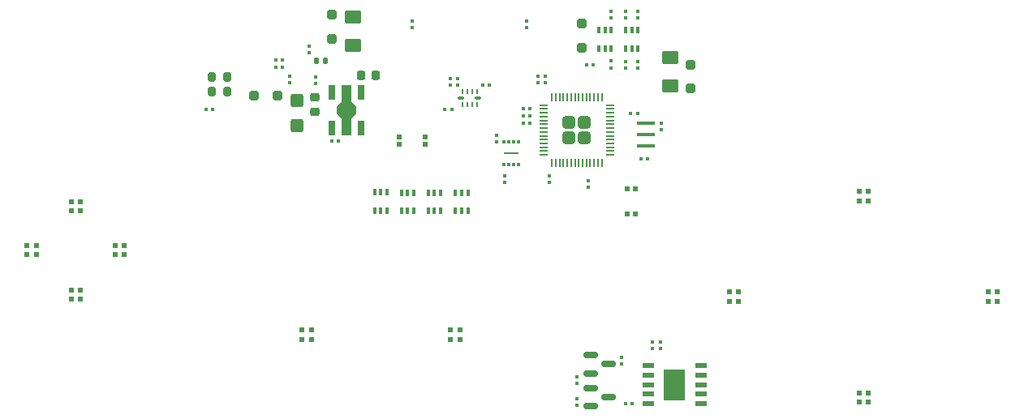
<source format=gbr>
G04 #@! TF.GenerationSoftware,KiCad,Pcbnew,7.0.6*
G04 #@! TF.CreationDate,2023-09-06T23:53:07-07:00*
G04 #@! TF.ProjectId,sgpp_main_pcb,73677070-5f6d-4616-996e-5f7063622e6b,1*
G04 #@! TF.SameCoordinates,Original*
G04 #@! TF.FileFunction,Paste,Top*
G04 #@! TF.FilePolarity,Positive*
%FSLAX46Y46*%
G04 Gerber Fmt 4.6, Leading zero omitted, Abs format (unit mm)*
G04 Created by KiCad (PCBNEW 7.0.6) date 2023-09-06 23:53:07*
%MOMM*%
%LPD*%
G01*
G04 APERTURE LIST*
G04 Aperture macros list*
%AMRoundRect*
0 Rectangle with rounded corners*
0 $1 Rounding radius*
0 $2 $3 $4 $5 $6 $7 $8 $9 X,Y pos of 4 corners*
0 Add a 4 corners polygon primitive as box body*
4,1,4,$2,$3,$4,$5,$6,$7,$8,$9,$2,$3,0*
0 Add four circle primitives for the rounded corners*
1,1,$1+$1,$2,$3*
1,1,$1+$1,$4,$5*
1,1,$1+$1,$6,$7*
1,1,$1+$1,$8,$9*
0 Add four rect primitives between the rounded corners*
20,1,$1+$1,$2,$3,$4,$5,0*
20,1,$1+$1,$4,$5,$6,$7,0*
20,1,$1+$1,$6,$7,$8,$9,0*
20,1,$1+$1,$8,$9,$2,$3,0*%
%AMFreePoly0*
4,1,13,0.900000,0.500000,2.600000,0.500000,2.600000,-0.500000,0.900000,-0.500000,0.400000,-1.000000,-0.400000,-1.000000,-0.900000,-0.500000,-2.600000,-0.500000,-2.600000,0.500000,-0.900000,0.500000,-0.400000,1.000000,0.400000,1.000000,0.900000,0.500000,0.900000,0.500000,$1*%
G04 Aperture macros list end*
%ADD10RoundRect,0.079500X-0.079500X-0.100500X0.079500X-0.100500X0.079500X0.100500X-0.079500X0.100500X0*%
%ADD11RoundRect,0.150000X-0.587500X-0.150000X0.587500X-0.150000X0.587500X0.150000X-0.587500X0.150000X0*%
%ADD12R,0.550000X0.550000*%
%ADD13RoundRect,0.249999X0.395001X-0.395001X0.395001X0.395001X-0.395001X0.395001X-0.395001X-0.395001X0*%
%ADD14RoundRect,0.050000X0.050000X-0.387500X0.050000X0.387500X-0.050000X0.387500X-0.050000X-0.387500X0*%
%ADD15RoundRect,0.050000X0.387500X-0.050000X0.387500X0.050000X-0.387500X0.050000X-0.387500X-0.050000X0*%
%ADD16RoundRect,0.140000X0.140000X0.170000X-0.140000X0.170000X-0.140000X-0.170000X0.140000X-0.170000X0*%
%ADD17RoundRect,0.079500X0.100500X-0.079500X0.100500X0.079500X-0.100500X0.079500X-0.100500X-0.079500X0*%
%ADD18RoundRect,0.079500X-0.100500X0.079500X-0.100500X-0.079500X0.100500X-0.079500X0.100500X0.079500X0*%
%ADD19R,0.300000X0.400000*%
%ADD20R,1.600000X0.200000*%
%ADD21RoundRect,0.079500X0.079500X0.100500X-0.079500X0.100500X-0.079500X-0.100500X0.079500X-0.100500X0*%
%ADD22RoundRect,0.250000X-0.250000X0.250000X-0.250000X-0.250000X0.250000X-0.250000X0.250000X0.250000X0*%
%ADD23R,0.500000X0.550000*%
%ADD24RoundRect,0.250000X0.250000X-0.250000X0.250000X0.250000X-0.250000X0.250000X-0.250000X-0.250000X0*%
%ADD25RoundRect,0.200000X-0.200000X-0.275000X0.200000X-0.275000X0.200000X0.275000X-0.200000X0.275000X0*%
%ADD26RoundRect,0.225000X0.225000X0.250000X-0.225000X0.250000X-0.225000X-0.250000X0.225000X-0.250000X0*%
%ADD27RoundRect,0.200000X0.200000X0.275000X-0.200000X0.275000X-0.200000X-0.275000X0.200000X-0.275000X0*%
%ADD28R,0.400000X0.650000*%
%ADD29R,0.550000X0.500000*%
%ADD30RoundRect,0.250001X0.624999X-0.462499X0.624999X0.462499X-0.624999X0.462499X-0.624999X-0.462499X0*%
%ADD31RoundRect,0.250000X-0.425000X0.450000X-0.425000X-0.450000X0.425000X-0.450000X0.425000X0.450000X0*%
%ADD32R,1.300000X0.600000*%
%ADD33R,2.300000X3.200000*%
%ADD34R,1.900000X0.400000*%
%ADD35RoundRect,0.225000X-0.250000X0.225000X-0.250000X-0.225000X0.250000X-0.225000X0.250000X0.225000X0*%
%ADD36R,0.700000X1.500000*%
%ADD37FreePoly0,90.000000*%
%ADD38RoundRect,0.250001X-0.624999X0.462499X-0.624999X-0.462499X0.624999X-0.462499X0.624999X0.462499X0*%
%ADD39RoundRect,0.050000X0.075000X-0.225000X0.075000X0.225000X-0.075000X0.225000X-0.075000X-0.225000X0*%
%ADD40RoundRect,0.050000X0.050000X-0.225000X0.050000X0.225000X-0.050000X0.225000X-0.050000X-0.225000X0*%
%ADD41RoundRect,0.050000X0.250000X-0.100000X0.250000X0.100000X-0.250000X0.100000X-0.250000X-0.100000X0*%
%ADD42RoundRect,0.250000X-0.250000X-0.250000X0.250000X-0.250000X0.250000X0.250000X-0.250000X0.250000X0*%
G04 APERTURE END LIST*
D10*
X122500000Y-89966800D03*
X123190000Y-89966800D03*
X129761617Y-84757101D03*
X130451617Y-84757101D03*
D11*
X162613100Y-115618562D03*
X162613100Y-117518562D03*
X164488100Y-116568562D03*
D12*
X190625000Y-99482425D03*
X191575000Y-99482425D03*
X191575000Y-98532425D03*
X190625000Y-98532425D03*
X108425000Y-100562425D03*
X109375000Y-100562425D03*
X109375000Y-99612425D03*
X108425000Y-99612425D03*
D13*
X160395680Y-92895353D03*
X161995680Y-92895353D03*
X160395680Y-91295353D03*
X161995680Y-91295353D03*
D14*
X158595680Y-95532853D03*
X158995680Y-95532853D03*
X159395680Y-95532853D03*
X159795680Y-95532853D03*
X160195680Y-95532853D03*
X160595680Y-95532853D03*
X160995680Y-95532853D03*
X161395680Y-95532853D03*
X161795680Y-95532853D03*
X162195680Y-95532853D03*
X162595680Y-95532853D03*
X162995680Y-95532853D03*
X163395680Y-95532853D03*
X163795680Y-95532853D03*
D15*
X164633180Y-94695353D03*
X164633180Y-94295353D03*
X164633180Y-93895353D03*
X164633180Y-93495353D03*
X164633180Y-93095353D03*
X164633180Y-92695353D03*
X164633180Y-92295353D03*
X164633180Y-91895353D03*
X164633180Y-91495353D03*
X164633180Y-91095353D03*
X164633180Y-90695353D03*
X164633180Y-90295353D03*
X164633180Y-89895353D03*
X164633180Y-89495353D03*
D14*
X163795680Y-88657853D03*
X163395680Y-88657853D03*
X162995680Y-88657853D03*
X162595680Y-88657853D03*
X162195680Y-88657853D03*
X161795680Y-88657853D03*
X161395680Y-88657853D03*
X160995680Y-88657853D03*
X160595680Y-88657853D03*
X160195680Y-88657853D03*
X159795680Y-88657853D03*
X159395680Y-88657853D03*
X158995680Y-88657853D03*
X158595680Y-88657853D03*
D15*
X157758180Y-89495353D03*
X157758180Y-89895353D03*
X157758180Y-90295353D03*
X157758180Y-90695353D03*
X157758180Y-91095353D03*
X157758180Y-91495353D03*
X157758180Y-91895353D03*
X157758180Y-92295353D03*
X157758180Y-92695353D03*
X157758180Y-93095353D03*
X157758180Y-93495353D03*
X157758180Y-93895353D03*
X157758180Y-94295353D03*
X157758180Y-94695353D03*
D16*
X134970617Y-84868934D03*
X134010617Y-84868934D03*
D17*
X169113200Y-114899000D03*
X169113200Y-114209000D03*
D18*
X169900600Y-114209000D03*
X169900600Y-114899000D03*
D12*
X177125000Y-109982425D03*
X178075000Y-109982425D03*
X178075000Y-109032425D03*
X177125000Y-109032425D03*
D19*
X153603839Y-95730818D03*
X154103839Y-95730818D03*
X154603839Y-95730818D03*
X155103839Y-95730818D03*
X155103839Y-93330818D03*
X154603839Y-93330818D03*
X154103839Y-93330818D03*
X153603839Y-93330818D03*
D20*
X154353839Y-94530818D03*
D21*
X168569200Y-95072200D03*
X167879200Y-95072200D03*
D22*
X173049078Y-85243791D03*
X173049078Y-87743791D03*
D12*
X132525000Y-113962425D03*
X133475000Y-113962425D03*
X133475000Y-113012425D03*
X132525000Y-113012425D03*
D22*
X161702814Y-80976323D03*
X161702814Y-83476323D03*
D18*
X161185407Y-117887482D03*
X161185407Y-118577482D03*
D23*
X167278000Y-98243000D03*
X166478000Y-98243000D03*
X167278000Y-100893000D03*
X166478000Y-100893000D03*
D17*
X166283024Y-85593716D03*
X166283024Y-84903716D03*
X162357100Y-98078897D03*
X162357100Y-97388897D03*
D24*
X135665956Y-82558529D03*
X135665956Y-80058529D03*
D10*
X135595800Y-93268800D03*
X136285800Y-93268800D03*
D17*
X157906304Y-87150125D03*
X157906304Y-86460125D03*
D25*
X123076200Y-86512400D03*
X124726200Y-86512400D03*
D26*
X140221000Y-86360000D03*
X138671000Y-86360000D03*
D27*
X124726200Y-88057200D03*
X123076200Y-88057200D03*
D18*
X164796362Y-79673927D03*
X164796362Y-80363927D03*
D17*
X158352939Y-97534723D03*
X158352939Y-96844723D03*
X152810910Y-93343611D03*
X152810910Y-92653611D03*
D28*
X149819674Y-98621320D03*
X149169674Y-98621320D03*
X148519674Y-98621320D03*
X148519674Y-100521320D03*
X149169674Y-100521320D03*
X149819674Y-100521320D03*
D21*
X148122200Y-89916000D03*
X147432200Y-89916000D03*
D12*
X113025000Y-105132425D03*
X113975000Y-105132425D03*
X113975000Y-104182425D03*
X113025000Y-104182425D03*
D10*
X151381885Y-87373476D03*
X152071885Y-87373476D03*
D11*
X162613100Y-119039600D03*
X162613100Y-120939600D03*
X164488100Y-119989600D03*
D29*
X142693000Y-92818000D03*
X142693000Y-93618000D03*
X145343000Y-92818000D03*
X145343000Y-93618000D03*
D10*
X162189600Y-85242400D03*
X162879600Y-85242400D03*
X155595853Y-91341188D03*
X156285853Y-91341188D03*
D30*
X170922381Y-87522240D03*
X170922381Y-84547240D03*
D12*
X148025000Y-113962425D03*
X148975000Y-113962425D03*
X148975000Y-113012425D03*
X148025000Y-113012425D03*
D17*
X153644600Y-97576200D03*
X153644600Y-96886200D03*
D18*
X167582546Y-79657900D03*
X167582546Y-80347900D03*
D28*
X144189674Y-98621320D03*
X143539674Y-98621320D03*
X142889674Y-98621320D03*
X142889674Y-100521320D03*
X143539674Y-100521320D03*
X144189674Y-100521320D03*
D21*
X130451617Y-85519101D03*
X129761617Y-85519101D03*
D12*
X108425000Y-109732425D03*
X109375000Y-109732425D03*
X109375000Y-108782425D03*
X108425000Y-108782425D03*
D31*
X132029200Y-88972400D03*
X132029200Y-91672400D03*
D32*
X174140965Y-120693298D03*
X174140965Y-119693298D03*
X174140965Y-118693298D03*
X174140965Y-117693298D03*
X174140965Y-116693298D03*
X168640965Y-116693298D03*
X168640965Y-117693298D03*
X168640965Y-118693298D03*
X168640965Y-119693298D03*
X168640965Y-120693298D03*
D33*
X171390965Y-118693298D03*
D28*
X141395674Y-98594320D03*
X140745674Y-98594320D03*
X140095674Y-98594320D03*
X140095674Y-100494320D03*
X140745674Y-100494320D03*
X141395674Y-100494320D03*
D18*
X131256387Y-86444101D03*
X131256387Y-87134101D03*
D21*
X167518180Y-90339353D03*
X166828180Y-90339353D03*
D10*
X155595853Y-90593353D03*
X156285853Y-90593353D03*
D17*
X144018000Y-81371000D03*
X144018000Y-80681000D03*
X133225057Y-84025021D03*
X133225057Y-83335021D03*
X133934200Y-87213000D03*
X133934200Y-86523000D03*
D34*
X168376600Y-93763800D03*
X168376600Y-92563800D03*
X168376600Y-91363800D03*
D35*
X133858000Y-88633000D03*
X133858000Y-90183000D03*
D17*
X167581248Y-85608783D03*
X167581248Y-84918783D03*
D18*
X166256061Y-79677188D03*
X166256061Y-80367188D03*
D21*
X166952409Y-120696962D03*
X166262409Y-120696962D03*
D10*
X155592393Y-89831353D03*
X156282393Y-89831353D03*
D28*
X146983674Y-98621320D03*
X146333674Y-98621320D03*
X145683674Y-98621320D03*
X145683674Y-100521320D03*
X146333674Y-100521320D03*
X146983674Y-100521320D03*
D18*
X170027600Y-91374400D03*
X170027600Y-92064400D03*
D17*
X164787763Y-85588797D03*
X164787763Y-84898797D03*
X157137453Y-87151612D03*
X157137453Y-86461612D03*
X147968546Y-87374825D03*
X147968546Y-86684825D03*
D28*
X166284012Y-83575538D03*
X166934012Y-83575538D03*
X167584012Y-83575538D03*
X167584012Y-81675538D03*
X166934012Y-81675538D03*
X166284012Y-81675538D03*
D12*
X190625000Y-120482425D03*
X191575000Y-120482425D03*
X191575000Y-119532425D03*
X190625000Y-119532425D03*
D18*
X155956000Y-80681000D03*
X155956000Y-81371000D03*
X165880287Y-115834600D03*
X165880287Y-116524600D03*
D36*
X135660000Y-91846440D03*
D37*
X137160000Y-89996440D03*
D36*
X138660000Y-91846440D03*
X138660000Y-88146440D03*
X135660000Y-88146440D03*
D17*
X161185407Y-120842600D03*
X161185407Y-120152600D03*
D12*
X204125000Y-109982425D03*
X205075000Y-109982425D03*
X205075000Y-109032425D03*
X204125000Y-109032425D03*
D28*
X163490012Y-83575538D03*
X164140012Y-83575538D03*
X164790012Y-83575538D03*
X164790012Y-81675538D03*
X164140012Y-81675538D03*
X163490012Y-81675538D03*
D12*
X103825000Y-105132425D03*
X104775000Y-105132425D03*
X104775000Y-104182425D03*
X103825000Y-104182425D03*
D38*
X137814537Y-80258662D03*
X137814537Y-83233662D03*
D39*
X149250546Y-89448000D03*
D40*
X149750546Y-89448000D03*
X150250546Y-89448000D03*
D39*
X150750546Y-89448000D03*
D41*
X150900546Y-88773000D03*
D39*
X150750546Y-88098000D03*
D40*
X150250546Y-88098000D03*
X149750546Y-88098000D03*
D39*
X149250546Y-88098000D03*
D41*
X149100546Y-88773000D03*
D42*
X127502600Y-88468200D03*
X130002600Y-88468200D03*
D18*
X148730546Y-86684825D03*
X148730546Y-87374825D03*
M02*

</source>
